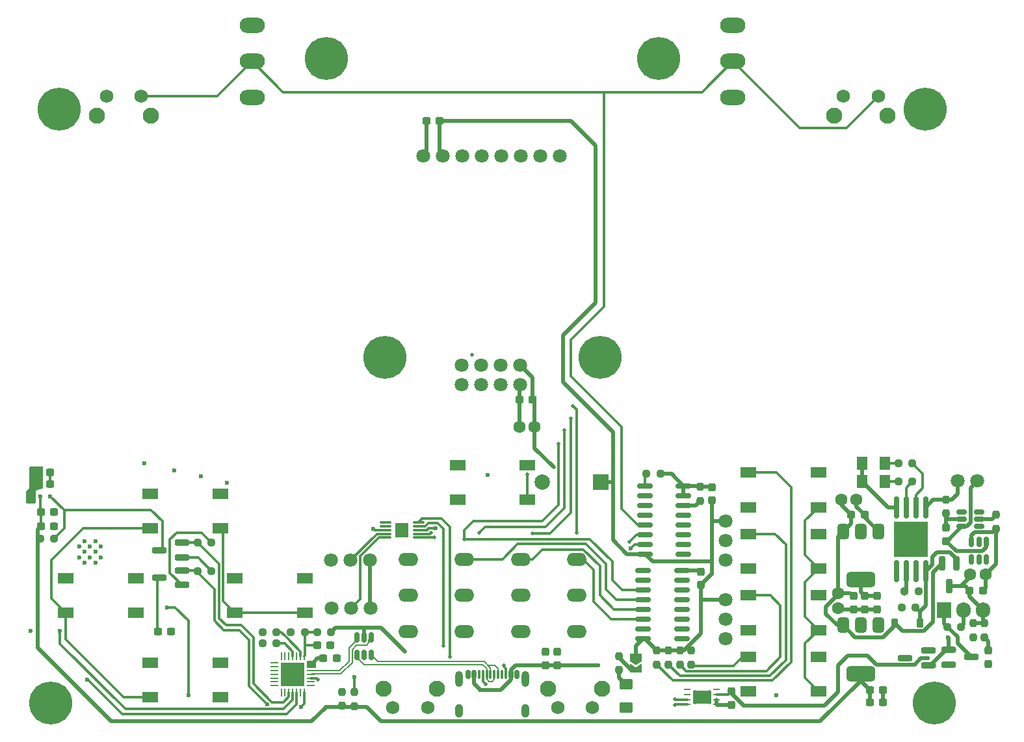
<source format=gbr>
%TF.GenerationSoftware,KiCad,Pcbnew,9.0.2*%
%TF.CreationDate,2025-07-06T19:20:27+07:00*%
%TF.ProjectId,Gamepad PCB,47616d65-7061-4642-9050-43422e6b6963,v03*%
%TF.SameCoordinates,Original*%
%TF.FileFunction,Copper,L1,Top*%
%TF.FilePolarity,Positive*%
%FSLAX46Y46*%
G04 Gerber Fmt 4.6, Leading zero omitted, Abs format (unit mm)*
G04 Created by KiCad (PCBNEW 9.0.2) date 2025-07-06 19:20:27*
%MOMM*%
%LPD*%
G01*
G04 APERTURE LIST*
G04 Aperture macros list*
%AMRoundRect*
0 Rectangle with rounded corners*
0 $1 Rounding radius*
0 $2 $3 $4 $5 $6 $7 $8 $9 X,Y pos of 4 corners*
0 Add a 4 corners polygon primitive as box body*
4,1,4,$2,$3,$4,$5,$6,$7,$8,$9,$2,$3,0*
0 Add four circle primitives for the rounded corners*
1,1,$1+$1,$2,$3*
1,1,$1+$1,$4,$5*
1,1,$1+$1,$6,$7*
1,1,$1+$1,$8,$9*
0 Add four rect primitives between the rounded corners*
20,1,$1+$1,$2,$3,$4,$5,0*
20,1,$1+$1,$4,$5,$6,$7,0*
20,1,$1+$1,$6,$7,$8,$9,0*
20,1,$1+$1,$8,$9,$2,$3,0*%
%AMFreePoly0*
4,1,6,1.000000,0.000000,0.500000,-0.750000,-0.500000,-0.750000,-0.500000,0.750000,0.500000,0.750000,1.000000,0.000000,1.000000,0.000000,$1*%
%AMFreePoly1*
4,1,6,0.500000,-0.750000,-0.650000,-0.750000,-0.150000,0.000000,-0.650000,0.750000,0.500000,0.750000,0.500000,-0.750000,0.500000,-0.750000,$1*%
G04 Aperture macros list end*
%TA.AperFunction,SMDPad,CuDef*%
%ADD10R,2.100000X1.400000*%
%TD*%
%TA.AperFunction,SMDPad,CuDef*%
%ADD11RoundRect,0.237500X0.300000X0.237500X-0.300000X0.237500X-0.300000X-0.237500X0.300000X-0.237500X0*%
%TD*%
%TA.AperFunction,SMDPad,CuDef*%
%ADD12RoundRect,0.237500X-0.300000X-0.237500X0.300000X-0.237500X0.300000X0.237500X-0.300000X0.237500X0*%
%TD*%
%TA.AperFunction,SMDPad,CuDef*%
%ADD13RoundRect,0.150000X0.850000X0.150000X-0.850000X0.150000X-0.850000X-0.150000X0.850000X-0.150000X0*%
%TD*%
%TA.AperFunction,SMDPad,CuDef*%
%ADD14RoundRect,0.237500X0.250000X0.237500X-0.250000X0.237500X-0.250000X-0.237500X0.250000X-0.237500X0*%
%TD*%
%TA.AperFunction,SMDPad,CuDef*%
%ADD15RoundRect,0.200000X-0.750000X-0.200000X0.750000X-0.200000X0.750000X0.200000X-0.750000X0.200000X0*%
%TD*%
%TA.AperFunction,ComponentPad*%
%ADD16C,3.600000*%
%TD*%
%TA.AperFunction,ConnectorPad*%
%ADD17C,5.600000*%
%TD*%
%TA.AperFunction,SMDPad,CuDef*%
%ADD18RoundRect,0.237500X-0.250000X-0.237500X0.250000X-0.237500X0.250000X0.237500X-0.250000X0.237500X0*%
%TD*%
%TA.AperFunction,SMDPad,CuDef*%
%ADD19RoundRect,0.237500X-0.237500X0.300000X-0.237500X-0.300000X0.237500X-0.300000X0.237500X0.300000X0*%
%TD*%
%TA.AperFunction,SMDPad,CuDef*%
%ADD20RoundRect,0.237500X-0.237500X0.250000X-0.237500X-0.250000X0.237500X-0.250000X0.237500X0.250000X0*%
%TD*%
%TA.AperFunction,SMDPad,CuDef*%
%ADD21RoundRect,0.375000X-0.375000X0.625000X-0.375000X-0.625000X0.375000X-0.625000X0.375000X0.625000X0*%
%TD*%
%TA.AperFunction,SMDPad,CuDef*%
%ADD22RoundRect,0.500000X-1.400000X0.500000X-1.400000X-0.500000X1.400000X-0.500000X1.400000X0.500000X0*%
%TD*%
%TA.AperFunction,SMDPad,CuDef*%
%ADD23RoundRect,0.150000X0.512500X0.150000X-0.512500X0.150000X-0.512500X-0.150000X0.512500X-0.150000X0*%
%TD*%
%TA.AperFunction,ComponentPad*%
%ADD24O,2.600000X1.700000*%
%TD*%
%TA.AperFunction,ComponentPad*%
%ADD25C,2.100000*%
%TD*%
%TA.AperFunction,ComponentPad*%
%ADD26C,1.750000*%
%TD*%
%TA.AperFunction,SMDPad,CuDef*%
%ADD27RoundRect,0.200000X0.750000X0.200000X-0.750000X0.200000X-0.750000X-0.200000X0.750000X-0.200000X0*%
%TD*%
%TA.AperFunction,SMDPad,CuDef*%
%ADD28RoundRect,0.250001X0.462499X0.624999X-0.462499X0.624999X-0.462499X-0.624999X0.462499X-0.624999X0*%
%TD*%
%TA.AperFunction,SMDPad,CuDef*%
%ADD29RoundRect,0.250001X0.624999X-0.462499X0.624999X0.462499X-0.624999X0.462499X-0.624999X-0.462499X0*%
%TD*%
%TA.AperFunction,ComponentPad*%
%ADD30C,1.800000*%
%TD*%
%TA.AperFunction,SMDPad,CuDef*%
%ADD31RoundRect,0.237500X0.237500X-0.250000X0.237500X0.250000X-0.237500X0.250000X-0.237500X-0.250000X0*%
%TD*%
%TA.AperFunction,SMDPad,CuDef*%
%ADD32RoundRect,0.237500X0.237500X-0.300000X0.237500X0.300000X-0.237500X0.300000X-0.237500X-0.300000X0*%
%TD*%
%TA.AperFunction,ComponentPad*%
%ADD33O,3.300000X2.000000*%
%TD*%
%TA.AperFunction,SMDPad,CuDef*%
%ADD34RoundRect,0.075000X-0.650000X-0.075000X0.650000X-0.075000X0.650000X0.075000X-0.650000X0.075000X0*%
%TD*%
%TA.AperFunction,HeatsinkPad*%
%ADD35C,0.500000*%
%TD*%
%TA.AperFunction,HeatsinkPad*%
%ADD36R,1.680000X1.880000*%
%TD*%
%TA.AperFunction,SMDPad,CuDef*%
%ADD37RoundRect,0.200000X-0.200000X0.750000X-0.200000X-0.750000X0.200000X-0.750000X0.200000X0.750000X0*%
%TD*%
%TA.AperFunction,SMDPad,CuDef*%
%ADD38FreePoly0,270.000000*%
%TD*%
%TA.AperFunction,SMDPad,CuDef*%
%ADD39FreePoly1,270.000000*%
%TD*%
%TA.AperFunction,SMDPad,CuDef*%
%ADD40RoundRect,0.062500X0.412500X0.062500X-0.412500X0.062500X-0.412500X-0.062500X0.412500X-0.062500X0*%
%TD*%
%TA.AperFunction,SMDPad,CuDef*%
%ADD41RoundRect,0.062500X0.062500X0.412500X-0.062500X0.412500X-0.062500X-0.412500X0.062500X-0.412500X0*%
%TD*%
%TA.AperFunction,HeatsinkPad*%
%ADD42R,3.100000X3.100000*%
%TD*%
%TA.AperFunction,SMDPad,CuDef*%
%ADD43RoundRect,0.062500X0.387500X0.062500X-0.387500X0.062500X-0.387500X-0.062500X0.387500X-0.062500X0*%
%TD*%
%TA.AperFunction,HeatsinkPad*%
%ADD44R,2.400000X1.800000*%
%TD*%
%TA.AperFunction,SMDPad,CuDef*%
%ADD45RoundRect,0.225000X-0.225000X-0.375000X0.225000X-0.375000X0.225000X0.375000X-0.225000X0.375000X0*%
%TD*%
%TA.AperFunction,SMDPad,CuDef*%
%ADD46RoundRect,0.150000X0.150000X-0.512500X0.150000X0.512500X-0.150000X0.512500X-0.150000X-0.512500X0*%
%TD*%
%TA.AperFunction,SMDPad,CuDef*%
%ADD47RoundRect,0.175000X0.175000X-1.250000X0.175000X1.250000X-0.175000X1.250000X-0.175000X-1.250000X0*%
%TD*%
%TA.AperFunction,HeatsinkPad*%
%ADD48R,4.450000X4.570000*%
%TD*%
%TA.AperFunction,SMDPad,CuDef*%
%ADD49RoundRect,0.150000X-0.150000X-0.425000X0.150000X-0.425000X0.150000X0.425000X-0.150000X0.425000X0*%
%TD*%
%TA.AperFunction,SMDPad,CuDef*%
%ADD50RoundRect,0.075000X-0.075000X-0.500000X0.075000X-0.500000X0.075000X0.500000X-0.075000X0.500000X0*%
%TD*%
%TA.AperFunction,HeatsinkPad*%
%ADD51O,1.000000X2.100000*%
%TD*%
%TA.AperFunction,HeatsinkPad*%
%ADD52O,1.000000X1.800000*%
%TD*%
%TA.AperFunction,SMDPad,CuDef*%
%ADD53RoundRect,0.150000X-0.150000X0.512500X-0.150000X-0.512500X0.150000X-0.512500X0.150000X0.512500X0*%
%TD*%
%TA.AperFunction,ComponentPad*%
%ADD54C,1.600000*%
%TD*%
%TA.AperFunction,HeatsinkPad*%
%ADD55C,0.600000*%
%TD*%
%TA.AperFunction,ComponentPad*%
%ADD56R,2.000000X2.000000*%
%TD*%
%TA.AperFunction,ComponentPad*%
%ADD57C,2.000000*%
%TD*%
%TA.AperFunction,ComponentPad*%
%ADD58R,1.905000X2.000000*%
%TD*%
%TA.AperFunction,ComponentPad*%
%ADD59O,1.905000X2.000000*%
%TD*%
%TA.AperFunction,ViaPad*%
%ADD60C,0.600000*%
%TD*%
%TA.AperFunction,ViaPad*%
%ADD61C,0.500000*%
%TD*%
%TA.AperFunction,Conductor*%
%ADD62C,0.500000*%
%TD*%
%TA.AperFunction,Conductor*%
%ADD63C,0.300000*%
%TD*%
%TA.AperFunction,Conductor*%
%ADD64C,0.200000*%
%TD*%
G04 APERTURE END LIST*
D10*
%TO.P,SW6,1,1*%
%TO.N,Net-(SW7A-A)*%
X109450000Y-107750000D03*
X118550000Y-107750000D03*
%TO.P,SW6,2,2*%
%TO.N,Net-(U12-A2)*%
X109450000Y-112250000D03*
X118550000Y-112250000D03*
%TD*%
D11*
%TO.P,C14,1*%
%TO.N,GND*%
X96900000Y-112000000D03*
%TO.P,C14,2*%
%TO.N,+3.3V*%
X95174998Y-112000000D03*
%TD*%
D10*
%TO.P,SW9,1,1*%
%TO.N,Net-(SW15A-A)*%
X187360000Y-113000000D03*
X196460000Y-113000000D03*
%TO.P,SW9,2,2*%
%TO.N,Net-(U12-A3)*%
X187360000Y-117500000D03*
X196460000Y-117500000D03*
%TD*%
D12*
%TO.P,C22,1*%
%TO.N,GND*%
X94637499Y-106500000D03*
%TO.P,C22,2*%
%TO.N,/EN*%
X96362501Y-106500000D03*
%TD*%
D13*
%TO.P,U12,1,A4*%
%TO.N,unconnected-(U12-A4-Pad1)*%
X178900000Y-115620001D03*
%TO.P,U12,2,A6*%
%TO.N,unconnected-(U12-A6-Pad2)*%
X178900000Y-114350000D03*
%TO.P,U12,3,Z*%
%TO.N,GND*%
X178900000Y-113079999D03*
%TO.P,U12,4,A7*%
%TO.N,unconnected-(U12-A7-Pad4)*%
X178900000Y-111810000D03*
%TO.P,U12,5,A5*%
%TO.N,unconnected-(U12-A5-Pad5)*%
X178900000Y-110540000D03*
%TO.P,U12,6,~{E}*%
%TO.N,Net-(U12-~{E})*%
X178900000Y-109270001D03*
%TO.P,U12,7,VEE*%
%TO.N,GND*%
X178900000Y-108000000D03*
%TO.P,U12,8,GND*%
X178900000Y-106729999D03*
%TO.P,U12,9,S2*%
%TO.N,Net-(U12-S2)*%
X173900000Y-106729999D03*
%TO.P,U12,10,S1*%
%TO.N,/IO35*%
X173900000Y-108000000D03*
%TO.P,U12,11,S0*%
%TO.N,/IO36*%
X173900000Y-109270001D03*
%TO.P,U12,12,A3*%
%TO.N,Net-(U12-A3)*%
X173900000Y-110540000D03*
%TO.P,U12,13,A0*%
%TO.N,Net-(SW12A-B)*%
X173900000Y-111810000D03*
%TO.P,U12,14,A1*%
%TO.N,Net-(SW11A-B)*%
X173900000Y-113079999D03*
%TO.P,U12,15,A2*%
%TO.N,Net-(U12-A2)*%
X173900000Y-114350000D03*
%TO.P,U12,16,VCC*%
%TO.N,+3.3V_Perip*%
X173900000Y-115620001D03*
%TD*%
D14*
%TO.P,R24,1*%
%TO.N,GND*%
X175875000Y-105125000D03*
%TO.P,R24,2*%
%TO.N,Net-(U12-S2)*%
X174050000Y-105125000D03*
%TD*%
D15*
%TO.P,Q5,1*%
%TO.N,Net-(Q5-Pad1)*%
X213400000Y-128100000D03*
%TO.P,Q5,2*%
%TO.N,GND*%
X213400000Y-130000000D03*
%TO.P,Q5,3*%
%TO.N,Net-(Q3-Pad1)*%
X216400000Y-129050000D03*
%TD*%
D16*
%TO.P,H8,1*%
%TO.N,N/C*%
X168000000Y-90000000D03*
D17*
X168000000Y-90000000D03*
%TD*%
D16*
%TO.P,H5,1*%
%TO.N,N/C*%
X97610000Y-57610000D03*
D17*
X97610000Y-57610000D03*
%TD*%
D18*
%TO.P,R20,1*%
%TO.N,GND*%
X124050000Y-127270000D03*
%TO.P,R20,2*%
%TO.N,Net-(U10-~{SUSPEND})*%
X125875000Y-127270000D03*
%TD*%
D19*
%TO.P,C18,1*%
%TO.N,Net-(C18-Pad1)*%
X218600000Y-128200000D03*
%TO.P,C18,2*%
%TO.N,GND*%
X218600000Y-129925002D03*
%TD*%
%TO.P,C23,1*%
%TO.N,GND*%
X182600000Y-106875000D03*
%TO.P,C23,2*%
%TO.N,+3.3V_Perip*%
X182600000Y-108600002D03*
%TD*%
D20*
%TO.P,R21,1*%
%TO.N,+3.3V_Perip*%
X175400000Y-128175000D03*
%TO.P,R21,2*%
%TO.N,Net-(SW19A-A)*%
X175400000Y-130000000D03*
%TD*%
%TO.P,R4,1*%
%TO.N,+BATT*%
X218100000Y-124637500D03*
%TO.P,R4,2*%
%TO.N,Net-(C18-Pad1)*%
X218100000Y-126462500D03*
%TD*%
D21*
%TO.P,U1,1,GND*%
%TO.N,GND*%
X204250000Y-124900001D03*
%TO.P,U1,2,VO*%
%TO.N,+3.3V*%
X201950000Y-124900002D03*
D22*
X201950000Y-131200000D03*
D21*
%TO.P,U1,3,VI*%
%TO.N,Net-(D1-K)*%
X199650000Y-124900001D03*
%TD*%
D23*
%TO.P,U8,1,OD*%
%TO.N,Net-(U8-OD)*%
X217400000Y-112000000D03*
%TO.P,U8,2,CS*%
%TO.N,Net-(U8-CS)*%
X217400000Y-111050001D03*
%TO.P,U8,3,OC*%
%TO.N,Net-(U8-OC)*%
X217400000Y-110100002D03*
%TO.P,U8,4,TD*%
%TO.N,unconnected-(U8-TD-Pad4)*%
X215125000Y-110100002D03*
%TO.P,U8,5,VCC*%
%TO.N,Net-(U8-VCC)*%
X215125000Y-111050001D03*
%TO.P,U8,6,GND*%
%TO.N,Net-(J2-B)*%
X215125000Y-112000000D03*
%TD*%
D14*
%TO.P,R9,1*%
%TO.N,Net-(U7-~{STDBY})*%
X208700000Y-103750000D03*
%TO.P,R9,2*%
%TO.N,Net-(D2-K)*%
X206875000Y-103750000D03*
%TD*%
D24*
%TO.P,SW19,1,A*%
%TO.N,Net-(SW19A-A)*%
X164940000Y-116300000D03*
%TO.P,SW19,2,B*%
%TO.N,Net-(SW11A-B)*%
X164940000Y-121000000D03*
%TO.P,SW19,3*%
%TO.N,N/C*%
X164940000Y-125700000D03*
%TD*%
D16*
%TO.P,H1,1*%
%TO.N,N/C*%
X132400000Y-51000000D03*
D17*
X132400000Y-51000000D03*
%TD*%
D20*
%TO.P,R5,1*%
%TO.N,Net-(U8-CS)*%
X219600000Y-110500000D03*
%TO.P,R5,2*%
%TO.N,GND*%
X219600000Y-112325000D03*
%TD*%
D11*
%TO.P,C3,1*%
%TO.N,+3.3V*%
X159250000Y-95500000D03*
%TO.P,C3,2*%
%TO.N,GND*%
X157524998Y-95500000D03*
%TD*%
D10*
%TO.P,SW13,1,1*%
%TO.N,Net-(SW11A-A)*%
X187360000Y-121000000D03*
X196460000Y-121000000D03*
%TO.P,SW13,2,2*%
%TO.N,Net-(U12-A3)*%
X187360000Y-125500000D03*
X196460000Y-125500000D03*
%TD*%
D11*
%TO.P,C26,1*%
%TO.N,GND*%
X112162501Y-125700000D03*
%TO.P,C26,2*%
%TO.N,/GPIO0*%
X110437499Y-125700000D03*
%TD*%
D25*
%TO.P,SW3,*%
%TO.N,*%
X146800000Y-133147501D03*
X139790000Y-133147500D03*
D26*
%TO.P,SW3,1,1*%
%TO.N,GND*%
X145550000Y-135637500D03*
%TO.P,SW3,2,2*%
%TO.N,/GPIO0*%
X141049999Y-135637500D03*
%TD*%
D10*
%TO.P,SW17,1,1*%
%TO.N,Net-(SW7A-A)*%
X187360000Y-129000000D03*
X196460000Y-129000000D03*
%TO.P,SW17,2,2*%
%TO.N,Net-(U12-A3)*%
X187360000Y-133500000D03*
X196460000Y-133500000D03*
%TD*%
D12*
%TO.P,C27,1*%
%TO.N,GND*%
X145375000Y-59200000D03*
%TO.P,C27,2*%
%TO.N,+3.3V_Perip*%
X147100000Y-59200000D03*
%TD*%
D16*
%TO.P,H2,1*%
%TO.N,N/C*%
X175600000Y-51000000D03*
D17*
X175600000Y-51000000D03*
%TD*%
D27*
%TO.P,Q4,1,B*%
%TO.N,Net-(Q4-B)*%
X113600000Y-119650000D03*
%TO.P,Q4,2,E*%
%TO.N,/DTR*%
X113600000Y-117750000D03*
%TO.P,Q4,3,C*%
%TO.N,/GPIO0*%
X110600000Y-118700000D03*
%TD*%
D19*
%TO.P,C12,1*%
%TO.N,+3.3V_Perip*%
X202500000Y-121074998D03*
%TO.P,C12,2*%
%TO.N,GND*%
X202500000Y-122800000D03*
%TD*%
D28*
%TO.P,D3,1,K*%
%TO.N,Net-(D3-K)*%
X205075000Y-106150000D03*
%TO.P,D3,2,A*%
%TO.N,VBUS*%
X202100000Y-106150000D03*
%TD*%
D29*
%TO.P,D5,1,K*%
%TO.N,GND*%
X171400000Y-135575000D03*
%TO.P,D5,2,A*%
%TO.N,Net-(D5-A)*%
X171400000Y-132600000D03*
%TD*%
D19*
%TO.P,C7,1*%
%TO.N,Net-(D1-K)*%
X201000000Y-121074998D03*
%TO.P,C7,2*%
%TO.N,GND*%
X201000000Y-122800000D03*
%TD*%
D14*
%TO.P,R8,1*%
%TO.N,Net-(U7-~{CHRG})*%
X208700000Y-106150000D03*
%TO.P,R8,2*%
%TO.N,Net-(D3-K)*%
X206875000Y-106150000D03*
%TD*%
%TO.P,R17,1*%
%TO.N,VBUS*%
X132993750Y-125770000D03*
%TO.P,R17,2*%
%TO.N,Net-(U10-VBUS)*%
X131168750Y-125770000D03*
%TD*%
D12*
%TO.P,C24,1*%
%TO.N,+3.3V*%
X131975000Y-129200000D03*
%TO.P,C24,2*%
%TO.N,GND*%
X133700000Y-129200000D03*
%TD*%
D18*
%TO.P,R11,1*%
%TO.N,/RTS*%
X115587500Y-114125001D03*
%TO.P,R11,2*%
%TO.N,Net-(Q4-B)*%
X117412500Y-114125001D03*
%TD*%
D27*
%TO.P,Q6,1*%
%TO.N,Net-(Q5-Pad1)*%
X210750000Y-130100000D03*
%TO.P,Q6,2*%
%TO.N,GND*%
X210750000Y-128200000D03*
%TO.P,Q6,3*%
%TO.N,Net-(Q6-Pad3)*%
X207750000Y-129150000D03*
%TD*%
D30*
%TO.P,J7,1,Pin_1*%
%TO.N,GND*%
X145000000Y-63750000D03*
%TO.P,J7,2,Pin_2*%
%TO.N,+3.3V_Perip*%
X147540000Y-63750000D03*
%TO.P,J7,3,Pin_3*%
%TO.N,/CLK*%
X150079999Y-63750000D03*
%TO.P,J7,4,Pin_4*%
%TO.N,/MOSI*%
X152620000Y-63750000D03*
%TO.P,J7,5,Pin_5*%
%TO.N,/IO17*%
X155160000Y-63750000D03*
%TO.P,J7,6,Pin_6*%
%TO.N,/IO18*%
X157700000Y-63750000D03*
%TO.P,J7,7,Pin_7*%
%TO.N,/IO19*%
X160240000Y-63750000D03*
%TO.P,J7,8,Pin_8*%
%TO.N,/IO20*%
X162780001Y-63750000D03*
%TD*%
D20*
%TO.P,R25,1*%
%TO.N,+3.3V_Perip*%
X179900000Y-128175000D03*
%TO.P,R25,2*%
%TO.N,Net-(SW7A-A)*%
X179900000Y-130000000D03*
%TD*%
D12*
%TO.P,C9,1*%
%TO.N,+3.3V*%
X203150001Y-134910001D03*
%TO.P,C9,2*%
%TO.N,GND*%
X204875003Y-134910001D03*
%TD*%
D21*
%TO.P,U5,1,GND*%
%TO.N,GND*%
X204300000Y-112650000D03*
%TO.P,U5,2,VO*%
%TO.N,+3.3V_Perip*%
X202000000Y-112650001D03*
D22*
X202000000Y-118949999D03*
D21*
%TO.P,U5,3,VI*%
%TO.N,Net-(D1-K)*%
X199700000Y-112650000D03*
%TD*%
D18*
%TO.P,R22,1*%
%TO.N,GND*%
X127756250Y-125770000D03*
%TO.P,R22,2*%
%TO.N,Net-(U10-VBUS)*%
X129581250Y-125770000D03*
%TD*%
D28*
%TO.P,D2,1,K*%
%TO.N,Net-(D2-K)*%
X205125000Y-103800000D03*
%TO.P,D2,2,A*%
%TO.N,VBUS*%
X202150000Y-103800000D03*
%TD*%
D16*
%TO.P,H7,1*%
%TO.N,N/C*%
X140000000Y-90000000D03*
D17*
X140000000Y-90000000D03*
%TD*%
D31*
%TO.P,R16,1*%
%TO.N,+3.3V*%
X134400000Y-135400000D03*
%TO.P,R16,2*%
%TO.N,/SCL*%
X134400000Y-133575000D03*
%TD*%
D18*
%TO.P,R2,1*%
%TO.N,/DTR*%
X115587500Y-117800000D03*
%TO.P,R2,2*%
%TO.N,Net-(Q2-B)*%
X117412500Y-117800000D03*
%TD*%
D32*
%TO.P,C1,1*%
%TO.N,GND*%
X185100000Y-135262501D03*
%TO.P,C1,2*%
%TO.N,+BATT*%
X185100000Y-133537499D03*
%TD*%
D20*
%TO.P,R27,1*%
%TO.N,+3.3V_Perip*%
X176900000Y-128175000D03*
%TO.P,R27,2*%
%TO.N,Net-(SW15A-A)*%
X176900000Y-130000000D03*
%TD*%
D11*
%TO.P,C21,1*%
%TO.N,/EN*%
X96362501Y-105000000D03*
%TO.P,C21,2*%
%TO.N,GND*%
X94637499Y-105000000D03*
%TD*%
D33*
%TO.P,SW16,1,A*%
%TO.N,Net-(SW15A-A)*%
X185310000Y-56110000D03*
%TO.P,SW16,2,B*%
%TO.N,Net-(SW12A-B)*%
X185310000Y-51410000D03*
%TO.P,SW16,3*%
%TO.N,N/C*%
X185310000Y-46710000D03*
%TD*%
D10*
%TO.P,SW1,1,1*%
%TO.N,Net-(Q5-Pad1)*%
X149450000Y-104050000D03*
X158550000Y-104050000D03*
%TO.P,SW1,2,2*%
%TO.N,Net-(Q6-Pad3)*%
X149450000Y-108550000D03*
X158550000Y-108550000D03*
%TD*%
D34*
%TO.P,U11,1,ADDR*%
%TO.N,unconnected-(U11-ADDR-Pad1)*%
X140070000Y-111470000D03*
%TO.P,U11,2,ALERT/RDY*%
%TO.N,unconnected-(U11-ALERT{slash}RDY-Pad2)*%
X140070000Y-111970000D03*
%TO.P,U11,3,GND*%
%TO.N,GND*%
X140070000Y-112470000D03*
%TO.P,U11,4,AIN0*%
%TO.N,Net-(J6-Pin_2)*%
X140070000Y-112970000D03*
%TO.P,U11,5,AIN1*%
%TO.N,Net-(J5-Pin_2)*%
X140070000Y-113470000D03*
%TO.P,U11,6,AIN2*%
%TO.N,Net-(J3-Pin_2)*%
X144370000Y-113470000D03*
%TO.P,U11,7,AIN3*%
%TO.N,Net-(J4-Pin_2)*%
X144370000Y-112970000D03*
%TO.P,U11,8,VDD*%
%TO.N,+3.3V_Perip*%
X144370000Y-112470000D03*
%TO.P,U11,9,SDA*%
%TO.N,/SDA*%
X144370000Y-111970000D03*
%TO.P,U11,10,SCL*%
%TO.N,/SCL*%
X144370000Y-111470000D03*
D35*
%TO.P,U11,11*%
%TO.N,N/C*%
X141670000Y-111820000D03*
X141670000Y-113120000D03*
D36*
X142220000Y-112470000D03*
D35*
X142770000Y-111820000D03*
X142770000Y-113120000D03*
%TD*%
D27*
%TO.P,Q2,1,B*%
%TO.N,Net-(Q2-B)*%
X113600000Y-116050000D03*
%TO.P,Q2,2,E*%
%TO.N,/RTS*%
X113600000Y-114150000D03*
%TO.P,Q2,3,C*%
%TO.N,/EN*%
X110600000Y-115100000D03*
%TD*%
D20*
%TO.P,R3,1*%
%TO.N,+BATT*%
X216600000Y-124625000D03*
%TO.P,R3,2*%
%TO.N,Net-(Q5-Pad1)*%
X216600000Y-126450000D03*
%TD*%
D37*
%TO.P,Q1,1*%
%TO.N,VBUS*%
X214450000Y-116800000D03*
%TO.P,Q1,2*%
%TO.N,Net-(D1-K)*%
X212550000Y-116800000D03*
%TO.P,Q1,3*%
%TO.N,+BATT*%
X213500000Y-119800000D03*
%TD*%
D19*
%TO.P,C19,1*%
%TO.N,Net-(U8-VCC)*%
X213050000Y-112187499D03*
%TO.P,C19,2*%
%TO.N,Net-(J2-B)*%
X213050000Y-113912501D03*
%TD*%
D12*
%TO.P,C11,1*%
%TO.N,Net-(D1-K)*%
X200725000Y-110500000D03*
%TO.P,C11,2*%
%TO.N,GND*%
X202450000Y-110500000D03*
%TD*%
D24*
%TO.P,SW7,1,A*%
%TO.N,Net-(SW7A-A)*%
X143060000Y-116300000D03*
%TO.P,SW7,2,B*%
%TO.N,Net-(SW11A-B)*%
X143060000Y-121000000D03*
%TO.P,SW7,3*%
%TO.N,N/C*%
X143060000Y-125700000D03*
%TD*%
D38*
%TO.P,JP1,1,A*%
%TO.N,+3.3V_Perip*%
X172700000Y-129100000D03*
D39*
%TO.P,JP1,2,B*%
%TO.N,Net-(JP1-B)*%
X172700000Y-130549998D03*
%TD*%
D32*
%TO.P,C5,1*%
%TO.N,VBUS*%
X162400000Y-130100000D03*
%TO.P,C5,2*%
%TO.N,GND*%
X162400000Y-128374998D03*
%TD*%
D20*
%TO.P,R26,1*%
%TO.N,+3.3V_Perip*%
X178400000Y-128175000D03*
%TO.P,R26,2*%
%TO.N,Net-(SW11A-A)*%
X178400000Y-130000000D03*
%TD*%
D31*
%TO.P,R28,1*%
%TO.N,Net-(D5-A)*%
X170500000Y-130712500D03*
%TO.P,R28,2*%
%TO.N,Net-(JP1-B)*%
X170500000Y-128887500D03*
%TD*%
D40*
%TO.P,U10,1,DCD*%
%TO.N,unconnected-(U10-DCD-Pad1)*%
X130375000Y-132770000D03*
%TO.P,U10,2,RI*%
%TO.N,unconnected-(U10-RI-Pad2)*%
X130375000Y-132270000D03*
%TO.P,U10,3,GND*%
%TO.N,GND*%
X130375000Y-131770000D03*
%TO.P,U10,4,D+*%
%TO.N,/USB_D+*%
X130375001Y-131270000D03*
%TO.P,U10,5,D-*%
%TO.N,/USB_D-*%
X130375000Y-130770000D03*
%TO.P,U10,6,VDD*%
%TO.N,+3.3V*%
X130375000Y-130270000D03*
%TO.P,U10,7,REGIN*%
X130375000Y-129770000D03*
D41*
%TO.P,U10,8,VBUS*%
%TO.N,Net-(U10-VBUS)*%
X129500000Y-128895000D03*
%TO.P,U10,9,~{RST}*%
%TO.N,Net-(U10-~{RST})*%
X129000000Y-128895000D03*
%TO.P,U10,10,NC*%
%TO.N,unconnected-(U10-NC-Pad10)*%
X128500000Y-128895000D03*
%TO.P,U10,11,~{SUSPEND}*%
%TO.N,Net-(U10-~{SUSPEND})*%
X128000000Y-128894999D03*
%TO.P,U10,12,SUSPEND*%
%TO.N,unconnected-(U10-SUSPEND-Pad12)*%
X127500000Y-128895000D03*
%TO.P,U10,13,NC*%
%TO.N,unconnected-(U10-NC-Pad13)*%
X127000000Y-128895000D03*
%TO.P,U10,14,NC*%
%TO.N,unconnected-(U10-NC-Pad14)*%
X126500000Y-128895000D03*
D40*
%TO.P,U10,15,NC*%
%TO.N,unconnected-(U10-NC-Pad15)*%
X125625000Y-129770000D03*
%TO.P,U10,16,NC*%
%TO.N,unconnected-(U10-NC-Pad16)*%
X125625000Y-130270000D03*
%TO.P,U10,17,NC*%
%TO.N,unconnected-(U10-NC-Pad17)*%
X125625000Y-130770000D03*
%TO.P,U10,18,NC*%
%TO.N,unconnected-(U10-NC-Pad18)*%
X125624999Y-131270000D03*
%TO.P,U10,19,NC*%
%TO.N,unconnected-(U10-NC-Pad19)*%
X125625000Y-131770000D03*
%TO.P,U10,20,NC*%
%TO.N,unconnected-(U10-NC-Pad20)*%
X125625000Y-132270000D03*
%TO.P,U10,21,NC*%
%TO.N,unconnected-(U10-NC-Pad21)*%
X125625000Y-132770000D03*
D41*
%TO.P,U10,22,NC*%
%TO.N,unconnected-(U10-NC-Pad22)*%
X126500000Y-133645000D03*
%TO.P,U10,23,CTS*%
%TO.N,unconnected-(U10-CTS-Pad23)*%
X127000000Y-133645000D03*
%TO.P,U10,24,RTS*%
%TO.N,/RTS*%
X127500000Y-133645000D03*
%TO.P,U10,25,RXD*%
%TO.N,/RXD*%
X128000000Y-133645001D03*
%TO.P,U10,26,TXD*%
%TO.N,/TXD*%
X128500000Y-133645000D03*
%TO.P,U10,27,DSR*%
%TO.N,unconnected-(U10-DSR-Pad27)*%
X129000000Y-133645000D03*
%TO.P,U10,28,DTR*%
%TO.N,/DTR*%
X129500000Y-133645000D03*
D42*
%TO.P,U10,29*%
%TO.N,N/C*%
X128000000Y-131270000D03*
%TD*%
D31*
%TO.P,R18,1*%
%TO.N,+3.3V*%
X136000000Y-135425000D03*
%TO.P,R18,2*%
%TO.N,/SDA*%
X136000000Y-133600000D03*
%TD*%
D19*
%TO.P,C28,1*%
%TO.N,GND*%
X181150000Y-117925000D03*
%TO.P,C28,2*%
%TO.N,+3.3V_Perip*%
X181150000Y-119650002D03*
%TD*%
D18*
%TO.P,R7,1*%
%TO.N,Net-(Q3-Pad1)*%
X213225000Y-125100000D03*
%TO.P,R7,2*%
%TO.N,Net-(J2-A)*%
X215050000Y-125100000D03*
%TD*%
D12*
%TO.P,C17,1*%
%TO.N,+BATT*%
X216125000Y-120350000D03*
%TO.P,C17,2*%
%TO.N,GND*%
X217850000Y-120350000D03*
%TD*%
D43*
%TO.P,U2,1,TEST*%
%TO.N,GND*%
X183200000Y-135225000D03*
%TO.P,U2,2,V_{SS}*%
X183200000Y-134575000D03*
%TO.P,U2,3,V_{DD}*%
%TO.N,+BATT*%
X183200000Y-133925000D03*
%TO.P,U2,4,~{ALARMB}*%
%TO.N,unconnected-(U2-~{ALARMB}-Pad4)*%
X183200000Y-133275000D03*
%TO.P,U2,5,T_{SW}*%
%TO.N,unconnected-(U2-T_{SW}-Pad5)*%
X179400000Y-133275000D03*
%TO.P,U2,6,T_{SENSE}*%
%TO.N,unconnected-(U2-T_{SENSE}-Pad6)*%
X179400000Y-133925000D03*
%TO.P,U2,7,SDA*%
%TO.N,/SDA*%
X179400000Y-134575000D03*
%TO.P,U2,8,SCL*%
%TO.N,/SCL*%
X179400000Y-135225000D03*
D35*
%TO.P,U2,9,EP*%
%TO.N,unconnected-(U2-EP-Pad9)_6*%
X182250000Y-134900000D03*
%TO.N,unconnected-(U2-EP-Pad9)*%
X182250000Y-133600000D03*
%TO.N,unconnected-(U2-EP-Pad9)_5*%
X182249999Y-134250000D03*
D44*
%TO.N,unconnected-(U2-EP-Pad9)_1*%
X181300000Y-134250000D03*
D35*
%TO.N,unconnected-(U2-EP-Pad9)_3*%
X180350001Y-134250000D03*
%TO.N,unconnected-(U2-EP-Pad9)_7*%
X180350000Y-134900000D03*
%TO.N,unconnected-(U2-EP-Pad9)_2*%
X180350000Y-133600000D03*
%TD*%
D45*
%TO.P,D1,1,K*%
%TO.N,Net-(D1-K)*%
X206350000Y-124600000D03*
%TO.P,D1,2,A*%
%TO.N,VBUS*%
X209650000Y-124600000D03*
%TD*%
D24*
%TO.P,SW15,1,A*%
%TO.N,Net-(SW15A-A)*%
X157650000Y-116300000D03*
%TO.P,SW15,2,B*%
%TO.N,Net-(SW11A-B)*%
X157650000Y-121000000D03*
%TO.P,SW15,3*%
%TO.N,N/C*%
X157650000Y-125700000D03*
%TD*%
D12*
%TO.P,C8,1*%
%TO.N,+3.3V*%
X203150000Y-133350000D03*
%TO.P,C8,2*%
%TO.N,GND*%
X204875002Y-133350000D03*
%TD*%
D10*
%TO.P,SW14,1,1*%
%TO.N,Net-(SW15A-A)*%
X98450000Y-118750000D03*
X107550000Y-118750000D03*
%TO.P,SW14,2,2*%
%TO.N,Net-(U12-A2)*%
X98450000Y-123250000D03*
X107550000Y-123250000D03*
%TD*%
D46*
%TO.P,U3,1,I/O1*%
%TO.N,/D-*%
X136350002Y-128750000D03*
%TO.P,U3,2,GND*%
%TO.N,GND*%
X137300001Y-128750000D03*
%TO.P,U3,3,I/O2*%
%TO.N,/D+*%
X138250000Y-128750000D03*
%TO.P,U3,4,I/O2*%
%TO.N,/USB_D+*%
X138250000Y-126475000D03*
%TO.P,U3,5,VBUS*%
%TO.N,VBUS*%
X137300001Y-126475000D03*
%TO.P,U3,6,I/O1*%
%TO.N,/USB_D-*%
X136350002Y-126475000D03*
%TD*%
D10*
%TO.P,SW5,1,1*%
%TO.N,Net-(SW19A-A)*%
X187360000Y-105000000D03*
X196460000Y-105000000D03*
%TO.P,SW5,2,2*%
%TO.N,Net-(U12-A3)*%
X187360000Y-109500000D03*
X196460000Y-109500000D03*
%TD*%
D12*
%TO.P,C15,1*%
%TO.N,+3.3V*%
X95174999Y-110150000D03*
%TO.P,C15,2*%
%TO.N,GND*%
X96899999Y-110150000D03*
%TD*%
D33*
%TO.P,SW12,1,A*%
%TO.N,Net-(SW11A-A)*%
X122690000Y-56110000D03*
%TO.P,SW12,2,B*%
%TO.N,Net-(SW12A-B)*%
X122690000Y-51410000D03*
%TO.P,SW12,3*%
%TO.N,N/C*%
X122690000Y-46710000D03*
%TD*%
D47*
%TO.P,U7,1,TEMP*%
%TO.N,GND*%
X206595000Y-117850001D03*
%TO.P,U7,2,PROG*%
%TO.N,Net-(U7-PROG)*%
X207865000Y-117850000D03*
%TO.P,U7,3,GND*%
%TO.N,GND*%
X209135000Y-117850000D03*
%TO.P,U7,4,VCC*%
%TO.N,VBUS*%
X210405000Y-117850001D03*
%TO.P,U7,5,BAT*%
%TO.N,Net-(J2-A)*%
X210405000Y-109549999D03*
%TO.P,U7,6,~{STDBY}*%
%TO.N,Net-(U7-~{STDBY})*%
X209135000Y-109550000D03*
%TO.P,U7,7,~{CHRG}*%
%TO.N,Net-(U7-~{CHRG})*%
X207865000Y-109550000D03*
%TO.P,U7,8,CE*%
%TO.N,VBUS*%
X206595000Y-109549999D03*
D48*
%TO.P,U7,9*%
%TO.N,N/C*%
X208500000Y-113700000D03*
%TD*%
D12*
%TO.P,C25,1*%
%TO.N,Net-(U10-VBUS)*%
X131175000Y-127500000D03*
%TO.P,C25,2*%
%TO.N,GND*%
X132900000Y-127500000D03*
%TD*%
D19*
%TO.P,C13,1*%
%TO.N,+3.3V_Perip*%
X204100000Y-121074998D03*
%TO.P,C13,2*%
%TO.N,GND*%
X204100000Y-122800000D03*
%TD*%
D16*
%TO.P,H4,1*%
%TO.N,N/C*%
X211500000Y-135000000D03*
D17*
X211500000Y-135000000D03*
%TD*%
D16*
%TO.P,H6,1*%
%TO.N,N/C*%
X210390000Y-57610000D03*
D17*
X210390000Y-57610000D03*
%TD*%
D18*
%TO.P,R23,1*%
%TO.N,+3.3V*%
X124050000Y-125770000D03*
%TO.P,R23,2*%
%TO.N,Net-(U10-~{RST})*%
X125875000Y-125770000D03*
%TD*%
D32*
%TO.P,C4,1*%
%TO.N,VBUS*%
X160900000Y-130075002D03*
%TO.P,C4,2*%
%TO.N,GND*%
X160900000Y-128350000D03*
%TD*%
D16*
%TO.P,H3,1*%
%TO.N,N/C*%
X96500000Y-135000000D03*
D17*
X96500000Y-135000000D03*
%TD*%
D31*
%TO.P,R6,1*%
%TO.N,Net-(U8-VCC)*%
X213050000Y-110325000D03*
%TO.P,R6,2*%
%TO.N,Net-(J2-A)*%
X213050000Y-108500000D03*
%TD*%
D13*
%TO.P,U13,1,~{PL}*%
%TO.N,/IO40*%
X178650000Y-126620001D03*
%TO.P,U13,2,CP*%
%TO.N,/IO38*%
X178650000Y-125350000D03*
%TO.P,U13,3,D4*%
%TO.N,unconnected-(U13-D4-Pad3)*%
X178650000Y-124079999D03*
%TO.P,U13,4,D5*%
%TO.N,unconnected-(U13-D5-Pad4)*%
X178650000Y-122810000D03*
%TO.P,U13,5,D6*%
%TO.N,unconnected-(U13-D6-Pad5)*%
X178650000Y-121540000D03*
%TO.P,U13,6,D7*%
%TO.N,unconnected-(U13-D7-Pad6)*%
X178650000Y-120270001D03*
%TO.P,U13,7,~{Q7}*%
%TO.N,/IO37*%
X178650000Y-119000000D03*
%TO.P,U13,8,GND*%
%TO.N,GND*%
X178650000Y-117729999D03*
%TO.P,U13,9,Q7*%
%TO.N,unconnected-(U13-Q7-Pad9)*%
X173650000Y-117729999D03*
%TO.P,U13,10,DS*%
%TO.N,unconnected-(U13-DS-Pad10)*%
X173650000Y-119000000D03*
%TO.P,U13,11,D0*%
%TO.N,Net-(SW7A-A)*%
X173650000Y-120270001D03*
%TO.P,U13,12,D1*%
%TO.N,Net-(SW11A-A)*%
X173650000Y-121540000D03*
%TO.P,U13,13,D2*%
%TO.N,Net-(SW15A-A)*%
X173650000Y-122810000D03*
%TO.P,U13,14,D3*%
%TO.N,Net-(SW19A-A)*%
X173650000Y-124079999D03*
%TO.P,U13,15,~{CE}*%
%TO.N,/IO39*%
X173650000Y-125350000D03*
%TO.P,U13,16,VCC*%
%TO.N,+3.3V_Perip*%
X173650000Y-126620001D03*
%TD*%
D14*
%TO.P,R1,1*%
%TO.N,VBUS*%
X209100000Y-122550000D03*
%TO.P,R1,2*%
%TO.N,GND*%
X207275000Y-122550000D03*
%TD*%
D49*
%TO.P,J1,A1,GND*%
%TO.N,GND*%
X150800000Y-131320000D03*
%TO.P,J1,A4,VBUS*%
%TO.N,VBUS*%
X151600000Y-131320000D03*
D50*
%TO.P,J1,A5,CC1*%
%TO.N,GND*%
X152750000Y-131320001D03*
%TO.P,J1,A6,D+*%
%TO.N,/D+*%
X153750000Y-131320000D03*
%TO.P,J1,A7,D-*%
%TO.N,/D-*%
X154250000Y-131320000D03*
%TO.P,J1,A8,SBU1*%
%TO.N,unconnected-(J1-SBU1-PadA8)*%
X155250000Y-131320001D03*
D49*
%TO.P,J1,A9,VBUS*%
%TO.N,VBUS*%
X156400000Y-131320000D03*
%TO.P,J1,A12,GND*%
%TO.N,GND*%
X157200000Y-131320000D03*
%TO.P,J1,B1,GND*%
X157200000Y-131320000D03*
%TO.P,J1,B4,VBUS*%
%TO.N,VBUS*%
X156400000Y-131320000D03*
D50*
%TO.P,J1,B5,CC2*%
%TO.N,GND*%
X155750000Y-131320000D03*
%TO.P,J1,B6,D+*%
%TO.N,/D+*%
X154750000Y-131320000D03*
%TO.P,J1,B7,D-*%
%TO.N,/D-*%
X153250000Y-131320000D03*
%TO.P,J1,B8,SBU2*%
%TO.N,unconnected-(J1-SBU2-PadB8)*%
X152250000Y-131320000D03*
D49*
%TO.P,J1,B9,VBUS*%
%TO.N,VBUS*%
X151600000Y-131320000D03*
%TO.P,J1,B12,GND*%
%TO.N,GND*%
X150800000Y-131320000D03*
D51*
%TO.P,J1,S1,SHIELD*%
X149680000Y-131895000D03*
D52*
X149680000Y-136075000D03*
D51*
X158320000Y-131895000D03*
D52*
X158320000Y-136075000D03*
%TD*%
D14*
%TO.P,R10,1*%
%TO.N,GND*%
X209490000Y-120500000D03*
%TO.P,R10,2*%
%TO.N,Net-(U7-PROG)*%
X207665000Y-120500000D03*
%TD*%
D53*
%TO.P,U9,1,S1*%
%TO.N,Net-(J2-B)*%
X218300000Y-114025000D03*
%TO.P,U9,2,D*%
%TO.N,unconnected-(U9-D-Pad2)*%
X217350001Y-114025000D03*
%TO.P,U9,3,S2*%
%TO.N,GND*%
X216400002Y-114025000D03*
%TO.P,U9,4,G2*%
%TO.N,Net-(U8-OC)*%
X216400002Y-116300000D03*
%TO.P,U9,5,D*%
%TO.N,unconnected-(U9-D-Pad5)*%
X217350001Y-116300000D03*
%TO.P,U9,6,G1*%
%TO.N,Net-(U8-OD)*%
X218300000Y-116300000D03*
%TD*%
D25*
%TO.P,SW2,*%
%TO.N,*%
X168250000Y-133147500D03*
X161240000Y-133147500D03*
D26*
%TO.P,SW2,1,1*%
%TO.N,GND*%
X167000000Y-135637500D03*
%TO.P,SW2,2,2*%
%TO.N,/EN*%
X162500000Y-135637500D03*
%TD*%
D10*
%TO.P,SW10,1,1*%
%TO.N,Net-(SW11A-A)*%
X120450000Y-118750000D03*
X129550000Y-118750000D03*
%TO.P,SW10,2,2*%
%TO.N,Net-(U12-A2)*%
X120450000Y-123250000D03*
X129550000Y-123250000D03*
%TD*%
D24*
%TO.P,SW11,1,A*%
%TO.N,Net-(SW11A-A)*%
X150350000Y-116300000D03*
%TO.P,SW11,2,B*%
%TO.N,Net-(SW11A-B)*%
X150350000Y-121000000D03*
%TO.P,SW11,3*%
%TO.N,N/C*%
X150350000Y-125700000D03*
%TD*%
D10*
%TO.P,SW18,1,1*%
%TO.N,Net-(SW19A-A)*%
X109450000Y-129750000D03*
X118550000Y-129750000D03*
%TO.P,SW18,2,2*%
%TO.N,Net-(U12-A2)*%
X109450000Y-134250000D03*
X118550000Y-134250000D03*
%TD*%
D31*
%TO.P,R19,1*%
%TO.N,Net-(U12-~{E})*%
X181050000Y-108675000D03*
%TO.P,R19,2*%
%TO.N,GND*%
X181050000Y-106850000D03*
%TD*%
D14*
%TO.P,R15,1*%
%TO.N,/EN*%
X96912500Y-113600000D03*
%TO.P,R15,2*%
%TO.N,+3.3V*%
X95087500Y-113600000D03*
%TD*%
D30*
%TO.P,J6,1,Pin_1*%
%TO.N,+3.3V_Perip*%
X138080000Y-116400000D03*
%TO.P,J6,2,Pin_2*%
%TO.N,Net-(J6-Pin_2)*%
X135540000Y-116400000D03*
%TO.P,J6,3,Pin_3*%
%TO.N,GND*%
X133000000Y-116400000D03*
%TD*%
D54*
%TO.P,C2,1*%
%TO.N,+3.3V*%
X159500000Y-99000000D03*
%TO.P,C2,2*%
%TO.N,GND*%
X157499999Y-99000000D03*
%TD*%
D55*
%TO.P,U6,41,GND*%
%TO.N,GND*%
X102300000Y-113935000D03*
X100900000Y-113935000D03*
X103000000Y-114635000D03*
X101600000Y-114635000D03*
X100200000Y-114635000D03*
X102300000Y-115335000D03*
X100900000Y-115335000D03*
X103000000Y-116035000D03*
X101600000Y-116035000D03*
X100200000Y-116035000D03*
X102300000Y-116735000D03*
X100900000Y-116735000D03*
%TD*%
D54*
%TO.P,C6,1*%
%TO.N,Net-(D1-K)*%
X199000000Y-120699999D03*
%TO.P,C6,2*%
%TO.N,GND*%
X199000000Y-122699999D03*
%TD*%
D30*
%TO.P,J5,1,Pin_1*%
%TO.N,+3.3V_Perip*%
X138100000Y-122700000D03*
%TO.P,J5,2,Pin_2*%
%TO.N,Net-(J5-Pin_2)*%
X135560000Y-122700000D03*
%TO.P,J5,3,Pin_3*%
%TO.N,GND*%
X133020000Y-122700000D03*
%TD*%
D54*
%TO.P,C10,1*%
%TO.N,Net-(D1-K)*%
X199400000Y-108550000D03*
%TO.P,C10,2*%
%TO.N,GND*%
X201400000Y-108550000D03*
%TD*%
D25*
%TO.P,SW4,*%
%TO.N,*%
X109475500Y-58452499D03*
X102465500Y-58452500D03*
D26*
%TO.P,SW4,1,1*%
%TO.N,Net-(SW12A-B)*%
X108225500Y-55962500D03*
%TO.P,SW4,2,2*%
%TO.N,Net-(SW7A-A)*%
X103725499Y-55962500D03*
%TD*%
D54*
%TO.P,C16,1*%
%TO.N,+BATT*%
X216200000Y-118300000D03*
%TO.P,C16,2*%
%TO.N,GND*%
X218200000Y-118300000D03*
%TD*%
D30*
%TO.P,J2,1,A*%
%TO.N,Net-(J2-A)*%
X214609999Y-106100000D03*
%TO.P,J2,2,B*%
%TO.N,Net-(J2-B)*%
X217149999Y-106100000D03*
%TD*%
D25*
%TO.P,SW8,*%
%TO.N,*%
X205475500Y-58452499D03*
X198465500Y-58452500D03*
D26*
%TO.P,SW8,1,1*%
%TO.N,Net-(SW12A-B)*%
X204225500Y-55962500D03*
%TO.P,SW8,2,2*%
%TO.N,Net-(SW19A-A)*%
X199725499Y-55962500D03*
%TD*%
D30*
%TO.P,J4,1,Pin_1*%
%TO.N,+3.3V_Perip*%
X184400000Y-111300000D03*
%TO.P,J4,2,Pin_2*%
%TO.N,Net-(J4-Pin_2)*%
X184400000Y-113840000D03*
%TO.P,J4,3,Pin_3*%
%TO.N,GND*%
X184400000Y-116380000D03*
%TD*%
D56*
%TO.P,BZ1,1,+*%
%TO.N,+3.3V_Perip*%
X168100000Y-106200000D03*
D57*
%TO.P,BZ1,2,-*%
%TO.N,Net-(BZ1--)*%
X160499999Y-106200000D03*
%TD*%
D30*
%TO.P,U4,1,GND*%
%TO.N,GND*%
X157620000Y-93500000D03*
%TO.P,U4,2,VCC*%
%TO.N,+3.3V*%
X157620000Y-90960000D03*
%TO.P,U4,3,CE*%
%TO.N,/IO21*%
X155080000Y-93500000D03*
%TO.P,U4,4,~{CSN}*%
%TO.N,/IO14*%
X155080000Y-90960000D03*
%TO.P,U4,5,SCK*%
%TO.N,/CLK*%
X152540000Y-93500000D03*
%TO.P,U4,6,MOSI*%
%TO.N,/MOSI*%
X152540000Y-90960000D03*
%TO.P,U4,7,MISO*%
%TO.N,Net-(U4-MISO)*%
X150000000Y-93500000D03*
%TO.P,U4,8,IRQ*%
%TO.N,unconnected-(U4-IRQ-Pad8)*%
X150000000Y-90960000D03*
%TD*%
%TO.P,J3,1,Pin_1*%
%TO.N,+3.3V_Perip*%
X184400000Y-121600000D03*
%TO.P,J3,2,Pin_2*%
%TO.N,Net-(J3-Pin_2)*%
X184400000Y-124140000D03*
%TO.P,J3,3,Pin_3*%
%TO.N,GND*%
X184400000Y-126680000D03*
%TD*%
D58*
%TO.P,Q3,1*%
%TO.N,Net-(Q3-Pad1)*%
X212820000Y-122950000D03*
D59*
%TO.P,Q3,2*%
%TO.N,Net-(J2-A)*%
X215360000Y-122950000D03*
%TO.P,Q3,3*%
%TO.N,+BATT*%
X217900000Y-122950000D03*
%TD*%
D60*
%TO.N,+3.3V_Perip*%
X146600000Y-112220000D03*
X182600000Y-118200002D03*
X202000000Y-118949999D03*
X169680053Y-108880053D03*
%TO.N,GND*%
X138500000Y-112300000D03*
X160900000Y-128350000D03*
D61*
X137300001Y-128750000D03*
D60*
X96900000Y-112000000D03*
D61*
X94637499Y-105000000D03*
D60*
X213400000Y-130000000D03*
X204100000Y-122800000D03*
X204875002Y-133350000D03*
X209490000Y-120500000D03*
D61*
X178900000Y-113079999D03*
D60*
X127756250Y-125770000D03*
X219587500Y-112337500D03*
D61*
X155500000Y-130100000D03*
D60*
X124050000Y-127270000D03*
D61*
X93880000Y-108085000D03*
D60*
X210750000Y-128200000D03*
D61*
X131300000Y-132000000D03*
D60*
X93880000Y-125585000D03*
X96899999Y-110150000D03*
X171400000Y-135575000D03*
X202450000Y-110500000D03*
X209135000Y-117850000D03*
X112162501Y-125700000D03*
X206595000Y-117850001D03*
X204224999Y-124875001D03*
X162400000Y-128374998D03*
X202500000Y-122800000D03*
X191000000Y-134000000D03*
X204300000Y-112650000D03*
X150800000Y-131320000D03*
D61*
X94637499Y-106500000D03*
D60*
X207275000Y-122550000D03*
X218600000Y-129925002D03*
D61*
X181100000Y-106850000D03*
D60*
X132900000Y-127500000D03*
X157200000Y-131320000D03*
D61*
X178650000Y-117729999D03*
D60*
X185100000Y-135262501D03*
D61*
X181150000Y-117925000D03*
X175900000Y-105125000D03*
D60*
X133700000Y-129200000D03*
D61*
X153091821Y-132548463D03*
D60*
X153400000Y-105300000D03*
X204875003Y-134850000D03*
%TO.N,+BATT*%
X210700000Y-129200000D03*
%TO.N,+3.3V*%
X201950000Y-124900002D03*
X95149999Y-108085000D03*
D61*
X162000000Y-104300000D03*
D60*
X130400000Y-130000000D03*
X124050000Y-125770000D03*
X132350000Y-135500000D03*
%TO.N,VBUS*%
X206595000Y-109549999D03*
X167800000Y-130100000D03*
X152481642Y-133350000D03*
X210405000Y-117850001D03*
X209650000Y-124600000D03*
D61*
X142600000Y-128300000D03*
D60*
%TO.N,/EN*%
X96420000Y-108085000D03*
X96362501Y-106500000D03*
%TO.N,/GPIO0*%
X110437499Y-125700000D03*
D61*
%TO.N,/CLK*%
X151300000Y-89600000D03*
D60*
%TO.N,/DTR*%
X124630762Y-135150001D03*
X129081378Y-135490689D03*
D61*
%TO.N,Net-(Q5-Pad1)*%
X158550000Y-104050000D03*
D60*
X216600000Y-126450000D03*
X213350000Y-126450000D03*
D61*
%TO.N,Net-(Q6-Pad3)*%
X158550000Y-105250000D03*
X207750000Y-129150000D03*
D60*
%TO.N,Net-(SW11A-A)*%
X129550000Y-118750000D03*
D61*
X173650000Y-121540000D03*
X178400000Y-130000000D03*
X152250000Y-112850000D03*
X163400000Y-99500000D03*
D60*
%TO.N,Net-(U12-A2)*%
X171989237Y-114870002D03*
X129550000Y-123250000D03*
D61*
%TO.N,Net-(SW11A-B)*%
X171801323Y-114001323D03*
%TO.N,/SCL*%
X177800000Y-135300003D03*
X148500000Y-129000000D03*
D60*
X134400000Y-133575000D03*
%TO.N,/SDA*%
X136000000Y-131600000D03*
D61*
X177800000Y-134500000D03*
X147600000Y-127600000D03*
D60*
%TO.N,/IO17*%
X108700000Y-103800000D03*
D61*
%TO.N,Net-(SW7A-A)*%
X173650000Y-120270001D03*
X179900000Y-130000000D03*
D60*
X118550000Y-107750000D03*
D61*
X162600000Y-101200000D03*
X150300000Y-113700000D03*
D60*
%TO.N,/IO18*%
X112600000Y-104699997D03*
%TO.N,/IO20*%
X119400000Y-106300003D03*
%TO.N,/IO19*%
X116000000Y-105500000D03*
%TO.N,Net-(U8-OC)*%
X217400000Y-110100002D03*
X216400002Y-116300000D03*
%TO.N,Net-(U8-OD)*%
X217400000Y-112000000D03*
X218300000Y-116300000D03*
%TO.N,/RXD*%
X97690000Y-125585000D03*
%TO.N,/TXD*%
X101200000Y-132000000D03*
D61*
%TO.N,Net-(SW15A-A)*%
X173650000Y-122810000D03*
X176900000Y-130000000D03*
D60*
X107550000Y-118750000D03*
D61*
X159200000Y-112900000D03*
X164200000Y-97900000D03*
D60*
%TO.N,Net-(U12-A3)*%
X196460000Y-109500000D03*
X173900000Y-110540000D03*
D61*
%TO.N,Net-(J3-Pin_2)*%
X146400000Y-113470000D03*
%TO.N,Net-(J4-Pin_2)*%
X145970000Y-112870000D03*
%TO.N,Net-(SW19A-A)*%
X164500000Y-96300000D03*
X173650000Y-124079999D03*
D60*
X118550000Y-129750000D03*
D61*
X175400000Y-130000000D03*
X164940000Y-112840000D03*
D60*
%TO.N,/IO36*%
X173900000Y-109270001D03*
%TO.N,/IO35*%
X173900000Y-108000000D03*
%TO.N,/IO37*%
X178650000Y-119000000D03*
%TO.N,/IO38*%
X178650000Y-125350000D03*
%TO.N,/IO40*%
X178650000Y-126620001D03*
%TO.N,/IO39*%
X173650000Y-125350000D03*
%TO.N,/IO48*%
X114400000Y-134000000D03*
X111640000Y-122550000D03*
%TD*%
D62*
%TO.N,+3.3V_Perip*%
X171520001Y-115620001D02*
X173900000Y-115620001D01*
X138080000Y-122680000D02*
X138100000Y-122700000D01*
X182600000Y-118200002D02*
X181150000Y-119650002D01*
X182600000Y-116575000D02*
X182600000Y-118200002D01*
D63*
X146600000Y-112220000D02*
X145708579Y-112220000D01*
D62*
X173900000Y-115620001D02*
X174854999Y-116575000D01*
X174854999Y-116575000D02*
X182600000Y-116575000D01*
D63*
X145708579Y-112220000D02*
X145458579Y-112470000D01*
D62*
X202000000Y-118949999D02*
X202000000Y-120574998D01*
X181150000Y-121600000D02*
X184400000Y-121600000D01*
X163200000Y-93200000D02*
X169700000Y-99700000D01*
X182600000Y-111300000D02*
X184400000Y-111300000D01*
X202000000Y-120574998D02*
X202500000Y-121074998D01*
X169700000Y-99700000D02*
X169700000Y-106100000D01*
X178924101Y-128200000D02*
X181150000Y-125974101D01*
X169700000Y-108860106D02*
X169680053Y-108880053D01*
X181150000Y-125974101D02*
X181150000Y-121600000D01*
D63*
X145458579Y-112470000D02*
X144370000Y-112470000D01*
D62*
X169700000Y-113800000D02*
X171520001Y-115620001D01*
X202500000Y-121074998D02*
X204100000Y-121074998D01*
X182600000Y-111300000D02*
X182600000Y-116575000D01*
X182600000Y-108600002D02*
X182600000Y-111300000D01*
X167400000Y-62400000D02*
X167400000Y-82900000D01*
X169600000Y-106200000D02*
X168100000Y-106200000D01*
X173650000Y-126620001D02*
X173845001Y-126620001D01*
X172700000Y-127570001D02*
X173650000Y-126620001D01*
X169700000Y-106100000D02*
X169700000Y-108860106D01*
X169700000Y-108900000D02*
X169700000Y-113800000D01*
X169700000Y-106100000D02*
X169600000Y-106200000D01*
X138080000Y-116400000D02*
X138080000Y-122680000D01*
X173845001Y-126620001D02*
X175400000Y-128175000D01*
X181150000Y-121600000D02*
X181150000Y-119650002D01*
X178899101Y-128175000D02*
X175400000Y-128175000D01*
X147100000Y-63310000D02*
X147540000Y-63750000D01*
X167400000Y-82900000D02*
X163200000Y-87100000D01*
X164200000Y-59200000D02*
X167400000Y-62400000D01*
X163200000Y-87100000D02*
X163200000Y-93200000D01*
X172700000Y-129100000D02*
X172700000Y-127570001D01*
X147100000Y-59200000D02*
X164200000Y-59200000D01*
X169680053Y-108880053D02*
X169700000Y-108900000D01*
X147100000Y-59200000D02*
X147100000Y-63310000D01*
X178924101Y-128200000D02*
X178899101Y-128175000D01*
%TO.N,GND*%
X204875002Y-133350000D02*
X204875003Y-134850000D01*
X180929999Y-106729999D02*
X181050000Y-106850000D01*
X219587500Y-112337500D02*
X219600000Y-112325000D01*
X178900000Y-106729999D02*
X178900000Y-108000000D01*
X199000000Y-122800000D02*
X198900000Y-122700000D01*
X216799000Y-112751000D02*
X219174000Y-112751000D01*
X145375000Y-63375000D02*
X145000000Y-63750000D01*
X219600000Y-116900000D02*
X219600000Y-112350000D01*
X177295001Y-105125000D02*
X178900000Y-106729999D01*
X204100000Y-124750001D02*
X204224999Y-124875001D01*
X201000000Y-122800000D02*
X202500000Y-122800000D01*
D63*
X153091821Y-132548463D02*
X152750000Y-132206642D01*
D62*
X202500000Y-122800000D02*
X204100000Y-122800000D01*
D63*
X131070000Y-131770000D02*
X131300000Y-132000000D01*
D62*
X216400002Y-113149998D02*
X216799000Y-112751000D01*
D63*
X155750000Y-130554663D02*
X155750000Y-131320000D01*
D62*
X218200000Y-118300000D02*
X218200000Y-120000000D01*
D63*
X152750000Y-132206642D02*
X152750000Y-131320001D01*
D62*
X183200000Y-135225000D02*
X183200000Y-134575000D01*
X183237501Y-135262501D02*
X183200000Y-135225000D01*
X157524998Y-93595002D02*
X157620000Y-93500000D01*
X218200000Y-120000000D02*
X217850000Y-120350000D01*
X167000000Y-135637500D02*
X166937500Y-135637500D01*
X204224999Y-124875001D02*
X204250000Y-124900001D01*
X157499999Y-99000000D02*
X157499999Y-95524999D01*
X157499999Y-95524999D02*
X157524998Y-95500000D01*
X216400002Y-114025000D02*
X216400002Y-113149998D01*
D63*
X130375000Y-131770000D02*
X131070000Y-131770000D01*
X155500000Y-130304663D02*
X155750000Y-130554663D01*
D62*
X175875000Y-105125000D02*
X175900000Y-105125000D01*
X178900000Y-106729999D02*
X180929999Y-106729999D01*
D63*
X140070000Y-112470000D02*
X138670000Y-112470000D01*
X155500000Y-130100000D02*
X155500000Y-130304663D01*
D62*
X201400000Y-109450000D02*
X202450000Y-110500000D01*
X202450000Y-110800000D02*
X204300000Y-112650000D01*
X201000000Y-122800000D02*
X199000000Y-122800000D01*
X218200000Y-118300000D02*
X219600000Y-116900000D01*
X199200000Y-122800000D02*
X199000000Y-123000000D01*
X181100000Y-106850000D02*
X182575000Y-106850000D01*
X178650000Y-117729999D02*
X180954999Y-117729999D01*
X182575000Y-106850000D02*
X182600000Y-106875000D01*
X180954999Y-117729999D02*
X181150000Y-117925000D01*
X184400000Y-116380000D02*
X184520000Y-116380000D01*
X145550000Y-135637500D02*
X145337500Y-135637500D01*
X219600000Y-112350000D02*
X219587500Y-112337500D01*
X185100000Y-135262501D02*
X183237501Y-135262501D01*
X157524998Y-95500000D02*
X157524998Y-93595002D01*
X200900000Y-122900000D02*
X201000000Y-122800000D01*
X202450000Y-110500000D02*
X202450000Y-110800000D01*
X204875003Y-134850000D02*
X204875003Y-134910001D01*
X175900000Y-105125000D02*
X177295001Y-105125000D01*
D63*
X138670000Y-112470000D02*
X138500000Y-112300000D01*
D62*
X145375000Y-59200000D02*
X145375000Y-63375000D01*
X201400000Y-108550000D02*
X201400000Y-109450000D01*
X181050000Y-106850000D02*
X181100000Y-106850000D01*
X219174000Y-112751000D02*
X219587500Y-112337500D01*
%TO.N,+BATT*%
X185100000Y-133744735D02*
X185100000Y-133537499D01*
X200300000Y-128800000D02*
X199000000Y-130100000D01*
X218400000Y-122550000D02*
X218400000Y-122950000D01*
X217900000Y-124437500D02*
X218100000Y-124637500D01*
X216600000Y-124625000D02*
X218087500Y-124625000D01*
X208972804Y-130001000D02*
X204003190Y-130001000D01*
X210700000Y-129200000D02*
X209773804Y-129200000D01*
X186662501Y-135307236D02*
X185100000Y-133744735D01*
X218087500Y-124625000D02*
X218100000Y-124637500D01*
X199000000Y-130100000D02*
X199000000Y-133600000D01*
X197200000Y-135400000D02*
X186662501Y-135400000D01*
X217900000Y-122950000D02*
X217900000Y-124437500D01*
X186662501Y-135400000D02*
X186662501Y-135307236D01*
X216125000Y-121175000D02*
X217900000Y-122950000D01*
D63*
X184712499Y-133925000D02*
X185100000Y-133537499D01*
D62*
X213500000Y-119800000D02*
X215000000Y-119800000D01*
X209773804Y-129200000D02*
X208972804Y-130001000D01*
X216125000Y-120350000D02*
X216125000Y-121175000D01*
X202802190Y-128800000D02*
X200300000Y-128800000D01*
X215000000Y-119800000D02*
X216250000Y-118550000D01*
X215575000Y-119800000D02*
X216125000Y-120350000D01*
X215000000Y-119800000D02*
X215575000Y-119800000D01*
X199000000Y-133600000D02*
X197200000Y-135400000D01*
X204003190Y-130001000D02*
X202802190Y-128800000D01*
D63*
X183200000Y-133925000D02*
X184712499Y-133925000D01*
%TO.N,+3.3V*%
X95149999Y-110125000D02*
X95174999Y-110150000D01*
D62*
X203150000Y-133350000D02*
X203150001Y-134910001D01*
D63*
X95174999Y-110150000D02*
X95174998Y-112000000D01*
D62*
X159250000Y-92590000D02*
X157620000Y-90960000D01*
X201950000Y-132150000D02*
X203150000Y-133350000D01*
X196674000Y-137426000D02*
X201950000Y-132150000D01*
X139526000Y-137426000D02*
X196674000Y-137426000D01*
X159500000Y-101800000D02*
X159500000Y-99000000D01*
X94799000Y-112375998D02*
X95174998Y-112000000D01*
X201950000Y-131200000D02*
X201950000Y-132150000D01*
X131975000Y-129200000D02*
X131200000Y-129200000D01*
X131200000Y-129200000D02*
X130400000Y-130000000D01*
X104337925Y-137400000D02*
X94799000Y-127861075D01*
X159500000Y-95750000D02*
X159250000Y-95500000D01*
X162000000Y-104300000D02*
X159500000Y-101800000D01*
X132350000Y-135500000D02*
X137600000Y-135500000D01*
X130450000Y-137400000D02*
X104337925Y-137400000D01*
X137600000Y-135500000D02*
X139526000Y-137426000D01*
X94799000Y-127861075D02*
X94799000Y-112375998D01*
X132350000Y-135500000D02*
X130450000Y-137400000D01*
D63*
X95149999Y-108085000D02*
X95149999Y-110125000D01*
D62*
X159500000Y-99000000D02*
X159500000Y-95750000D01*
X159250000Y-95500000D02*
X159250000Y-92590000D01*
%TO.N,VBUS*%
X214450000Y-116250000D02*
X214450000Y-116800000D01*
X213550000Y-115350000D02*
X214450000Y-116250000D01*
X202100000Y-106150000D02*
X205499999Y-109549999D01*
X210405000Y-121052766D02*
X210405000Y-122345000D01*
X152481642Y-133350000D02*
X155040956Y-133350000D01*
X210428500Y-119970734D02*
X210428500Y-121029266D01*
X209650000Y-123100000D02*
X209650000Y-124600000D01*
X162400000Y-130100000D02*
X167800000Y-130100000D01*
X202150000Y-106100000D02*
X202100000Y-106150000D01*
X210428500Y-121029266D02*
X210405000Y-121052766D01*
X209100000Y-122550000D02*
X209650000Y-123100000D01*
X151600000Y-132468358D02*
X151600000Y-131320000D01*
X205499999Y-109549999D02*
X206595000Y-109549999D01*
X211250000Y-116000000D02*
X211900000Y-115350000D01*
X211900000Y-115350000D02*
X213550000Y-115350000D01*
X133563750Y-125200000D02*
X132993750Y-125770000D01*
X210405000Y-117850001D02*
X211250000Y-117005001D01*
X157015898Y-130075002D02*
X160900000Y-130075002D01*
X156400000Y-130690900D02*
X157015898Y-130075002D01*
X139500000Y-125200000D02*
X137300000Y-125200000D01*
X202150000Y-103800000D02*
X202150000Y-106100000D01*
X155040956Y-133350000D02*
X156400000Y-131990956D01*
X210405000Y-122345000D02*
X209650000Y-123100000D01*
X137300000Y-125200000D02*
X133563750Y-125200000D01*
X156400000Y-131990956D02*
X156400000Y-131320000D01*
X210405000Y-119947234D02*
X210428500Y-119970734D01*
X210405000Y-117850001D02*
X210405000Y-119947234D01*
X211250000Y-117005001D02*
X211250000Y-116000000D01*
X142600000Y-128300000D02*
X139500000Y-125200000D01*
X137300000Y-125200000D02*
X137300001Y-126475000D01*
X152481642Y-133350000D02*
X151600000Y-132468358D01*
X162375002Y-130075002D02*
X162400000Y-130100000D01*
X156400000Y-131320000D02*
X156400000Y-130690900D01*
X160900000Y-130075002D02*
X162375002Y-130075002D01*
%TO.N,Net-(D1-K)*%
X199650000Y-124900001D02*
X201199999Y-126450000D01*
X212550000Y-116800000D02*
X211350000Y-118000000D01*
X210161242Y-125651000D02*
X211350000Y-124462242D01*
X211350000Y-118000000D02*
X211350000Y-124462242D01*
X199400000Y-109175000D02*
X200725000Y-110500000D01*
X200725000Y-110500000D02*
X200725000Y-111625000D01*
X197400000Y-123400001D02*
X198900000Y-124900001D01*
X207401000Y-125651000D02*
X210161242Y-125651000D01*
X201199999Y-126450000D02*
X204868141Y-126450000D01*
X197400000Y-123400001D02*
X197400000Y-122500000D01*
X199374999Y-121074998D02*
X199200000Y-120899999D01*
X200625001Y-120699999D02*
X201000000Y-121074998D01*
X198900000Y-124900001D02*
X199650000Y-124900001D01*
X199000000Y-120999999D02*
X199000000Y-113350000D01*
X199000000Y-113350000D02*
X199700000Y-112650000D01*
X197400000Y-122500000D02*
X199000000Y-120900000D01*
X199000000Y-120900000D02*
X199000000Y-120699999D01*
X199400000Y-108550000D02*
X199400000Y-109175000D01*
X206350000Y-124968141D02*
X206350000Y-124600000D01*
X200725000Y-111625000D02*
X199700000Y-112650000D01*
X199000000Y-120699999D02*
X200625001Y-120699999D01*
X204868141Y-126450000D02*
X206350000Y-124968141D01*
X206350000Y-124600000D02*
X207401000Y-125651000D01*
%TO.N,Net-(C18-Pad1)*%
X218600000Y-128200000D02*
X218600000Y-126962500D01*
X218600000Y-126962500D02*
X218100000Y-126462500D01*
%TO.N,Net-(J2-B)*%
X214377864Y-115186500D02*
X213103865Y-113912501D01*
X217800999Y-115186500D02*
X214377864Y-115186500D01*
X215125000Y-112000000D02*
X215787499Y-112000000D01*
X213050000Y-113912501D02*
X213212499Y-113912501D01*
X216286500Y-106963500D02*
X217150000Y-106100000D01*
X215787499Y-112000000D02*
X216286500Y-111500999D01*
X218300000Y-114687499D02*
X217800999Y-115186500D01*
X218300000Y-114025000D02*
X218300000Y-114687499D01*
X213212499Y-113912501D02*
X215125000Y-112000000D01*
X216286500Y-111500999D02*
X216286500Y-106963500D01*
X213103865Y-113912501D02*
X213050000Y-113912501D01*
%TO.N,Net-(U8-VCC)*%
X215125000Y-111050001D02*
X213149999Y-111050001D01*
X213050000Y-110325000D02*
X213050000Y-111150000D01*
X213050000Y-111150000D02*
X213050000Y-112187499D01*
X213149999Y-111050001D02*
X213050000Y-111150000D01*
D63*
%TO.N,/EN*%
X98235000Y-109900000D02*
X96420000Y-108085000D01*
X111000000Y-111348000D02*
X109552000Y-109900000D01*
X110600000Y-115100000D02*
X111000000Y-114700000D01*
X96362501Y-106500000D02*
X96362501Y-105000000D01*
X109552000Y-109900000D02*
X98235000Y-109900000D01*
X96912500Y-113600000D02*
X98235000Y-112277500D01*
X98235000Y-112277500D02*
X98235000Y-109900000D01*
X111000000Y-114700000D02*
X111000000Y-111348000D01*
%TO.N,Net-(U10-VBUS)*%
X131175000Y-127500000D02*
X129581250Y-127500000D01*
X129581250Y-125770000D02*
X131168750Y-125770000D01*
X129581250Y-127500000D02*
X129581250Y-128813750D01*
X129581250Y-125770000D02*
X129581250Y-127500000D01*
X129581250Y-128813750D02*
X129500000Y-128895000D01*
%TO.N,/GPIO0*%
X110400000Y-118900000D02*
X110400000Y-125662501D01*
X110400000Y-125662501D02*
X110437499Y-125700000D01*
X110600000Y-118700000D02*
X110400000Y-118900000D01*
%TO.N,Net-(D2-K)*%
X205125000Y-103800000D02*
X206825000Y-103800000D01*
X206825000Y-103800000D02*
X206875000Y-103750000D01*
%TO.N,Net-(D3-K)*%
X206875000Y-106150000D02*
X205075000Y-106150000D01*
D64*
%TO.N,/D-*%
X136350002Y-129104469D02*
X137295533Y-130050000D01*
X154250000Y-131928824D02*
X154250000Y-131320000D01*
X153250000Y-130564046D02*
X153250000Y-131320000D01*
X153250000Y-131928824D02*
X153517176Y-132196000D01*
X136350002Y-128750000D02*
X136350002Y-129104469D01*
X153517176Y-132196000D02*
X153982824Y-132196000D01*
X137295533Y-130050000D02*
X152735954Y-130050000D01*
X153982824Y-132196000D02*
X154250000Y-131928824D01*
X153250000Y-131320000D02*
X153250000Y-131928824D01*
X152735954Y-130050000D02*
X153250000Y-130564046D01*
%TO.N,/D+*%
X139100000Y-129600000D02*
X152922350Y-129600000D01*
X153750000Y-130427650D02*
X153750000Y-131320000D01*
X152922350Y-129600000D02*
X153750000Y-130427650D01*
X154300000Y-130100000D02*
X154750000Y-130550000D01*
X153422350Y-130100000D02*
X154300000Y-130100000D01*
X138250000Y-128750000D02*
X139100000Y-129600000D01*
X154750000Y-130550000D02*
X154750000Y-131320000D01*
D62*
%TO.N,Net-(J2-A)*%
X214609998Y-107740002D02*
X214609998Y-106100000D01*
X215360000Y-122950000D02*
X215360000Y-124790000D01*
X211404999Y-108550000D02*
X212250000Y-108550000D01*
X213050000Y-108500000D02*
X213850000Y-108500000D01*
X210405000Y-109549999D02*
X211404999Y-108550000D01*
X212300000Y-108500000D02*
X213050000Y-108500000D01*
X213850000Y-108500000D02*
X214609998Y-107740002D01*
X215712500Y-123097500D02*
X215860000Y-122950000D01*
X215360000Y-124790000D02*
X215050000Y-125100000D01*
X212250000Y-108550000D02*
X212300000Y-108500000D01*
D63*
%TO.N,/RTS*%
X115587500Y-114125001D02*
X118399000Y-116936501D01*
X118399000Y-123999000D02*
X119300000Y-124900000D01*
X127500000Y-134206510D02*
X127500000Y-133645000D01*
X125300000Y-134900000D02*
X126806510Y-134900000D01*
X122900000Y-126500000D02*
X122900000Y-132500000D01*
X126806510Y-134900000D02*
X127500000Y-134206510D01*
X118399000Y-116936501D02*
X118399000Y-123999000D01*
X122900000Y-132500000D02*
X125300000Y-134900000D01*
X113600000Y-114150000D02*
X115562501Y-114150000D01*
X119300000Y-124900000D02*
X121300000Y-124900000D01*
X115562501Y-114150000D02*
X115587500Y-114125001D01*
X121300000Y-124900000D02*
X122900000Y-126500000D01*
%TO.N,Net-(Q2-B)*%
X113600000Y-116050000D02*
X115662500Y-116050000D01*
X115662500Y-116050000D02*
X117412500Y-117800000D01*
D62*
%TO.N,Net-(Q3-Pad1)*%
X214550000Y-127200000D02*
X216400000Y-129050000D01*
X213225000Y-125100000D02*
X214550000Y-126425000D01*
X212820000Y-124695000D02*
X213225000Y-125100000D01*
X212820000Y-122950000D02*
X212820000Y-124695000D01*
X214550000Y-126425000D02*
X214550000Y-127200000D01*
D63*
%TO.N,Net-(Q4-B)*%
X112000000Y-113700000D02*
X112900000Y-112800000D01*
X113600000Y-119650000D02*
X112000000Y-118050000D01*
X112000000Y-118050000D02*
X112000000Y-113700000D01*
X116087499Y-112800000D02*
X117412500Y-114125001D01*
X112900000Y-112800000D02*
X116087499Y-112800000D01*
%TO.N,/DTR*%
X115537500Y-117750000D02*
X115587500Y-117800000D01*
X118991479Y-125500000D02*
X121000000Y-125500000D01*
X122300000Y-132819239D02*
X124630762Y-135150001D01*
X121000000Y-125500000D02*
X122300000Y-126800000D01*
X117800000Y-124308521D02*
X118991479Y-125500000D01*
X115587500Y-117800000D02*
X115587500Y-117987500D01*
X129500000Y-135072067D02*
X129500000Y-133645000D01*
X129081378Y-135490689D02*
X129500000Y-135072067D01*
X122300000Y-126800000D02*
X122300000Y-132819239D01*
X115587500Y-117987500D02*
X117800000Y-120200000D01*
X113600000Y-117750000D02*
X115537500Y-117750000D01*
X117800000Y-120200000D02*
X117800000Y-124308521D01*
D62*
%TO.N,Net-(Q5-Pad1)*%
X213050000Y-128100000D02*
X213400000Y-128100000D01*
X210750000Y-130100000D02*
X211050000Y-130100000D01*
X213400000Y-126500000D02*
X213350000Y-126450000D01*
X211050000Y-130100000D02*
X213050000Y-128100000D01*
X213400000Y-128100000D02*
X213400000Y-126500000D01*
X213500000Y-128100000D02*
X214150000Y-128100000D01*
X210750000Y-130100000D02*
X211500000Y-130100000D01*
D63*
%TO.N,Net-(Q6-Pad3)*%
X158550000Y-105250000D02*
X158550000Y-108550000D01*
D62*
%TO.N,Net-(U8-CS)*%
X219049999Y-111050001D02*
X217400000Y-111050001D01*
X219600000Y-110500000D02*
X219049999Y-111050001D01*
D63*
%TO.N,Net-(U7-~{CHRG})*%
X208700000Y-106150000D02*
X207865000Y-106985000D01*
X207865000Y-106985000D02*
X207865000Y-109550000D01*
%TO.N,Net-(U7-~{STDBY})*%
X208700000Y-103750000D02*
X210050000Y-105100000D01*
X209135000Y-107915000D02*
X209135000Y-109550000D01*
X210050000Y-105100000D02*
X210050000Y-107000000D01*
X210050000Y-107000000D02*
X209135000Y-107915000D01*
D62*
%TO.N,Net-(U7-PROG)*%
X207865000Y-117850000D02*
X207865000Y-120610000D01*
X207865000Y-120610000D02*
X207665000Y-120810000D01*
%TO.N,Net-(U12-~{E})*%
X181050000Y-108675000D02*
X180454999Y-109270001D01*
X180454999Y-109270001D02*
X178900000Y-109270001D01*
D63*
%TO.N,Net-(U10-~{SUSPEND})*%
X125875000Y-127270000D02*
X126936510Y-127270000D01*
X126936510Y-127270000D02*
X128000000Y-128333490D01*
X128000000Y-128333490D02*
X128000000Y-128894999D01*
%TO.N,Net-(U10-~{RST})*%
X129000000Y-128333490D02*
X129000000Y-128895000D01*
X127262510Y-126596000D02*
X129000000Y-128333490D01*
X126917750Y-126257846D02*
X127255904Y-126596000D01*
X126436510Y-125770000D02*
X126917750Y-126251240D01*
X127255904Y-126596000D02*
X127262510Y-126596000D01*
X125875000Y-125770000D02*
X126436510Y-125770000D01*
X126917750Y-126251240D02*
X126917750Y-126257846D01*
%TO.N,Net-(U12-S2)*%
X173900000Y-105275000D02*
X174050000Y-105125000D01*
X173900000Y-106729999D02*
X173900000Y-105275000D01*
%TO.N,Net-(SW11A-A)*%
X157300000Y-114300000D02*
X166200000Y-114300000D01*
X163400000Y-99500000D02*
X163400000Y-109600000D01*
X191500000Y-122300000D02*
X191500000Y-129000000D01*
X150350000Y-116300000D02*
X155300000Y-116300000D01*
X163400000Y-109600000D02*
X160900000Y-112100000D01*
X166200000Y-114300000D02*
X168800000Y-116900000D01*
X153000000Y-112100000D02*
X152250000Y-112850000D01*
X168800000Y-116900000D02*
X168800000Y-120200000D01*
X179238500Y-130838500D02*
X178400000Y-130000000D01*
X155300000Y-116300000D02*
X157300000Y-114300000D01*
X187360000Y-121000000D02*
X190200000Y-121000000D01*
X191500000Y-129000000D02*
X189661500Y-130838500D01*
X190200000Y-121000000D02*
X191500000Y-122300000D01*
X168800000Y-120200000D02*
X170140000Y-121540000D01*
X189661500Y-130838500D02*
X179238500Y-130838500D01*
X160900000Y-112100000D02*
X153000000Y-112100000D01*
X170140000Y-121540000D02*
X173650000Y-121540000D01*
%TO.N,Net-(SW12A-B)*%
X164200000Y-87700000D02*
X168500000Y-83400000D01*
X168500000Y-83400000D02*
X168500000Y-55400000D01*
X194000000Y-60100000D02*
X200088000Y-60100000D01*
X173900000Y-111810000D02*
X172900001Y-111810000D01*
X170800000Y-109709999D02*
X170800000Y-99000000D01*
X164200000Y-92400000D02*
X164200000Y-87700000D01*
X181320000Y-55400000D02*
X185310000Y-51410000D01*
X200088000Y-60100000D02*
X204225500Y-55962500D01*
X172900001Y-111810000D02*
X170800000Y-109709999D01*
X168500000Y-55400000D02*
X168400000Y-55400000D01*
X170800000Y-99000000D02*
X164200000Y-92400000D01*
X126680000Y-55400000D02*
X166000000Y-55400000D01*
X166000000Y-55400000D02*
X181320000Y-55400000D01*
X118137500Y-55962500D02*
X108225500Y-55962500D01*
X122690000Y-51410000D02*
X126680000Y-55400000D01*
X185310000Y-51410000D02*
X194000000Y-60100000D01*
X122690000Y-51410000D02*
X118137500Y-55962500D01*
%TO.N,Net-(U12-A2)*%
X96600000Y-116400000D02*
X100750000Y-112250000D01*
X98450000Y-123250000D02*
X96600000Y-121400000D01*
X118900000Y-112600000D02*
X118900000Y-121700000D01*
X120450000Y-123250000D02*
X129550000Y-123250000D01*
X118900000Y-121700000D02*
X120450000Y-123250000D01*
X98450000Y-123250000D02*
X98450000Y-126750000D01*
X100750000Y-112250000D02*
X109450000Y-112250000D01*
X98450000Y-126750000D02*
X105950000Y-134250000D01*
X105950000Y-134250000D02*
X109450000Y-134250000D01*
X171989237Y-114870002D02*
X172509239Y-114350000D01*
X172509239Y-114350000D02*
X173900000Y-114350000D01*
X96600000Y-121400000D02*
X96600000Y-116400000D01*
X118550000Y-112250000D02*
X118900000Y-112600000D01*
%TO.N,Net-(SW11A-B)*%
X172722647Y-113079999D02*
X173900000Y-113079999D01*
X171801323Y-114001323D02*
X172722647Y-113079999D01*
%TO.N,/SCL*%
X147400000Y-111000000D02*
X144840000Y-111000000D01*
X144840000Y-111000000D02*
X144370000Y-111470000D01*
X148500000Y-129000000D02*
X148500000Y-112100000D01*
X179400000Y-135225000D02*
X177875003Y-135225000D01*
X148500000Y-112100000D02*
X147400000Y-111000000D01*
X177875003Y-135225000D02*
X177800000Y-135300003D01*
%TO.N,/SDA*%
X147600000Y-127600000D02*
X147600000Y-112299346D01*
X179400000Y-134575000D02*
X177875000Y-134575000D01*
X177875000Y-134575000D02*
X177800000Y-134500000D01*
X145230000Y-111970000D02*
X144370000Y-111970000D01*
X145631000Y-111569000D02*
X145230000Y-111970000D01*
X136000000Y-131600000D02*
X136000000Y-133600000D01*
X147600000Y-112299346D02*
X146869654Y-111569000D01*
X146869654Y-111569000D02*
X145631000Y-111569000D01*
D64*
%TO.N,/USB_D-*%
X136350002Y-126809164D02*
X135299022Y-127860144D01*
X135299022Y-127860144D02*
X135299022Y-129564582D01*
X136350002Y-126475000D02*
X136350002Y-126809164D01*
X130400000Y-130795000D02*
X130375000Y-130770000D01*
X134068604Y-130795000D02*
X130400000Y-130795000D01*
X135299022Y-129564582D02*
X134068604Y-130795000D01*
%TO.N,/USB_D+*%
X137901001Y-127188733D02*
X137589734Y-127500000D01*
X137589734Y-127500000D02*
X136295534Y-127500000D01*
X135749002Y-128046532D02*
X135749002Y-129750998D01*
X138250000Y-126475000D02*
X137901001Y-126823999D01*
X136295534Y-127500000D02*
X135749002Y-128046532D01*
X135749002Y-129750998D02*
X134254999Y-131245001D01*
X134254999Y-131245001D02*
X130400000Y-131245001D01*
X137901001Y-126823999D02*
X137901001Y-127188733D01*
X130400000Y-131245001D02*
X130375001Y-131270000D01*
D63*
%TO.N,Net-(SW7A-A)*%
X185400000Y-130200000D02*
X180100000Y-130200000D01*
X166700000Y-113700000D02*
X164100000Y-113700000D01*
X151500000Y-111300000D02*
X150300000Y-112500000D01*
X160500000Y-111300000D02*
X151500000Y-111300000D01*
X170870001Y-120270001D02*
X169600000Y-119000000D01*
X164100000Y-113700000D02*
X150300000Y-113700000D01*
X180100000Y-130200000D02*
X179900000Y-130000000D01*
X162600000Y-101200000D02*
X162600000Y-109200000D01*
X150300000Y-112500000D02*
X150300000Y-113700000D01*
X169600000Y-119000000D02*
X169600000Y-116600000D01*
X169600000Y-116600000D02*
X166700000Y-113700000D01*
X187360000Y-129000000D02*
X186600000Y-129000000D01*
X186600000Y-129000000D02*
X185400000Y-130200000D01*
X173650000Y-120270001D02*
X170870001Y-120270001D01*
X162600000Y-109200000D02*
X160500000Y-111300000D01*
%TO.N,/RXD*%
X128000000Y-134600000D02*
X126800000Y-135800000D01*
X106200000Y-135800000D02*
X97690000Y-127290000D01*
X128000000Y-133645001D02*
X128000000Y-134600000D01*
X126800000Y-135800000D02*
X106200000Y-135800000D01*
X97690000Y-127290000D02*
X97690000Y-125585000D01*
%TO.N,/TXD*%
X105800000Y-136500000D02*
X127200000Y-136500000D01*
X127200000Y-136500000D02*
X128500000Y-135200000D01*
X101300000Y-132000000D02*
X105800000Y-136500000D01*
X101200000Y-132000000D02*
X101300000Y-132000000D01*
X128500000Y-135200000D02*
X128500000Y-133645000D01*
%TO.N,Net-(SW15A-A)*%
X164200000Y-97900000D02*
X164200000Y-110200000D01*
X157650000Y-116300000D02*
X159200000Y-116300000D01*
X160500000Y-115000000D02*
X165800000Y-115000000D01*
X165800000Y-115000000D02*
X168000000Y-117200000D01*
X168000000Y-117200000D02*
X168000000Y-121000000D01*
X161500000Y-112900000D02*
X159200000Y-112900000D01*
X192200000Y-129400000D02*
X190100000Y-131500000D01*
X190100000Y-131500000D02*
X178400000Y-131500000D01*
X190800000Y-113000000D02*
X192200000Y-114400000D01*
X164200000Y-110200000D02*
X161500000Y-112900000D01*
X168000000Y-121000000D02*
X169810000Y-122810000D01*
X178400000Y-131500000D02*
X176900000Y-130000000D01*
X192200000Y-114400000D02*
X192200000Y-129400000D01*
X159200000Y-116300000D02*
X160500000Y-115000000D01*
X187360000Y-113000000D02*
X190800000Y-113000000D01*
X169810000Y-122810000D02*
X173650000Y-122810000D01*
%TO.N,Net-(U12-A3)*%
X196460000Y-117500000D02*
X194700000Y-119260000D01*
X194700000Y-131740000D02*
X196460000Y-133500000D01*
X196460000Y-109500000D02*
X194700000Y-111260000D01*
X194700000Y-123740000D02*
X196460000Y-125500000D01*
X194700000Y-119260000D02*
X194700000Y-123740000D01*
X194700000Y-127260000D02*
X194700000Y-131740000D01*
X194700000Y-111260000D02*
X194700000Y-115740000D01*
X196460000Y-125500000D02*
X194700000Y-127260000D01*
X194700000Y-115740000D02*
X196460000Y-117500000D01*
%TO.N,Net-(J3-Pin_2)*%
X146400000Y-113470000D02*
X144370000Y-113470000D01*
%TO.N,Net-(J4-Pin_2)*%
X145870000Y-112970000D02*
X144370000Y-112970000D01*
X145970000Y-112870000D02*
X145870000Y-112970000D01*
%TO.N,Net-(J5-Pin_2)*%
X136800000Y-115910818D02*
X136800000Y-121460000D01*
X140070000Y-113470000D02*
X139240818Y-113470000D01*
X139240818Y-113470000D02*
X136800000Y-115910818D01*
X136800000Y-121460000D02*
X135560000Y-122700000D01*
%TO.N,Net-(J6-Pin_2)*%
X140070000Y-112970000D02*
X138970000Y-112970000D01*
X138970000Y-112970000D02*
X135540000Y-116400000D01*
%TO.N,Net-(SW19A-A)*%
X192900000Y-129700000D02*
X192900000Y-106900000D01*
X192900000Y-106900000D02*
X191000000Y-105000000D01*
X191000000Y-105000000D02*
X187360000Y-105000000D01*
X164940000Y-96740000D02*
X164940000Y-112840000D01*
X177500000Y-132100000D02*
X190500000Y-132100000D01*
X164500000Y-96300000D02*
X164940000Y-96740000D01*
X167200000Y-117700000D02*
X167200000Y-121800000D01*
X169479999Y-124079999D02*
X169500000Y-124079999D01*
X164940000Y-116300000D02*
X165800000Y-116300000D01*
X175400000Y-130000000D02*
X177500000Y-132100000D01*
X169500000Y-124079999D02*
X173600000Y-124079999D01*
X167200000Y-121800000D02*
X169479999Y-124079999D01*
X173600000Y-124079999D02*
X173650000Y-124079999D01*
X165800000Y-116300000D02*
X167200000Y-117700000D01*
X190500000Y-132100000D02*
X192900000Y-129700000D01*
%TO.N,/IO39*%
X173600000Y-125300000D02*
X173650000Y-125350000D01*
%TO.N,/IO48*%
X112650000Y-122550000D02*
X114400000Y-124300000D01*
X114400000Y-124300000D02*
X114400000Y-134000000D01*
X111640000Y-122550000D02*
X112650000Y-122550000D01*
D62*
%TO.N,Net-(D5-A)*%
X170500000Y-131700000D02*
X171400000Y-132600000D01*
X170500000Y-130712500D02*
X170500000Y-131700000D01*
%TO.N,Net-(JP1-B)*%
X170500000Y-129100000D02*
X172100000Y-130700000D01*
X170500000Y-128887500D02*
X170500000Y-129100000D01*
%TD*%
%TA.AperFunction,Conductor*%
%TO.N,GND*%
G36*
X95443039Y-104219685D02*
G01*
X95488794Y-104272489D01*
X95500000Y-104324000D01*
X95500000Y-106998344D01*
X95480315Y-107065383D01*
X95427511Y-107111138D01*
X95400318Y-107119936D01*
X94500000Y-107299999D01*
X94500000Y-108876000D01*
X94480315Y-108943039D01*
X94427511Y-108988794D01*
X94376000Y-109000000D01*
X93424000Y-109000000D01*
X93356961Y-108980315D01*
X93311206Y-108927511D01*
X93300000Y-108876000D01*
X93300000Y-107412000D01*
X93319685Y-107344961D01*
X93349600Y-107312800D01*
X93700000Y-107050000D01*
X93700000Y-104324000D01*
X93719685Y-104256961D01*
X93772489Y-104211206D01*
X93824000Y-104200000D01*
X95376000Y-104200000D01*
X95443039Y-104219685D01*
G37*
%TD.AperFunction*%
%TD*%
%TA.AperFunction,Conductor*%
%TO.N,+3.3V*%
G36*
X130943039Y-129519685D02*
G01*
X130988794Y-129572489D01*
X131000000Y-129624000D01*
X131000000Y-130330522D01*
X130980315Y-130397561D01*
X130927511Y-130443316D01*
X130858353Y-130453260D01*
X130851809Y-130452139D01*
X130813404Y-130444500D01*
X129936599Y-130444500D01*
X129936153Y-130444545D01*
X129935920Y-130444500D01*
X129930509Y-130444501D01*
X129930509Y-130443474D01*
X129867507Y-130431525D01*
X129816797Y-130383460D01*
X129800000Y-130321142D01*
X129800000Y-129624000D01*
X129819685Y-129556961D01*
X129872489Y-129511206D01*
X129924000Y-129500000D01*
X130876000Y-129500000D01*
X130943039Y-129519685D01*
G37*
%TD.AperFunction*%
%TD*%
M02*

</source>
